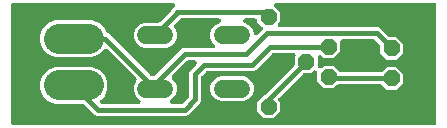
<source format=gbr>
G04 EAGLE Gerber X2 export*
%TF.Part,Single*%
%TF.FileFunction,Copper,L2,Bot,Mixed*%
%TF.FilePolarity,Positive*%
%TF.GenerationSoftware,Autodesk,EAGLE,9.1.0*%
%TF.CreationDate,2018-09-09T02:29:42Z*%
G75*
%MOMM*%
%FSLAX34Y34*%
%LPD*%
%AMOC8*
5,1,8,0,0,1.08239X$1,22.5*%
G01*
%ADD10C,2.550000*%
%ADD11P,1.429621X8X292.500000*%
%ADD12P,1.429621X8X112.500000*%
%ADD13C,1.524000*%
%ADD14C,0.406400*%

G36*
X368626Y10163D02*
X368626Y10163D01*
X368644Y10161D01*
X368826Y10182D01*
X369009Y10201D01*
X369026Y10206D01*
X369043Y10208D01*
X369218Y10265D01*
X369394Y10319D01*
X369409Y10327D01*
X369426Y10333D01*
X369586Y10423D01*
X369748Y10511D01*
X369761Y10522D01*
X369777Y10531D01*
X369916Y10651D01*
X370057Y10768D01*
X370068Y10782D01*
X370082Y10794D01*
X370194Y10939D01*
X370309Y11082D01*
X370317Y11098D01*
X370328Y11112D01*
X370410Y11277D01*
X370495Y11439D01*
X370500Y11456D01*
X370508Y11472D01*
X370555Y11651D01*
X370606Y11826D01*
X370608Y11844D01*
X370612Y11861D01*
X370639Y12192D01*
X370639Y111508D01*
X370637Y111526D01*
X370639Y111544D01*
X370618Y111726D01*
X370599Y111909D01*
X370594Y111926D01*
X370592Y111943D01*
X370535Y112118D01*
X370481Y112294D01*
X370473Y112309D01*
X370467Y112326D01*
X370377Y112486D01*
X370289Y112648D01*
X370278Y112661D01*
X370269Y112677D01*
X370149Y112816D01*
X370032Y112957D01*
X370018Y112968D01*
X370006Y112982D01*
X369861Y113094D01*
X369718Y113209D01*
X369702Y113217D01*
X369688Y113228D01*
X369523Y113310D01*
X369361Y113395D01*
X369344Y113400D01*
X369328Y113408D01*
X369149Y113455D01*
X368974Y113506D01*
X368956Y113508D01*
X368939Y113512D01*
X368608Y113539D01*
X235216Y113539D01*
X235207Y113538D01*
X235198Y113539D01*
X235006Y113518D01*
X234815Y113499D01*
X234806Y113497D01*
X234798Y113496D01*
X234615Y113438D01*
X234430Y113381D01*
X234422Y113377D01*
X234414Y113374D01*
X234245Y113281D01*
X234076Y113189D01*
X234069Y113184D01*
X234061Y113179D01*
X233914Y113055D01*
X233767Y112932D01*
X233761Y112925D01*
X233754Y112919D01*
X233635Y112768D01*
X233514Y112618D01*
X233510Y112610D01*
X233505Y112603D01*
X233417Y112430D01*
X233329Y112261D01*
X233327Y112252D01*
X233322Y112244D01*
X233271Y112058D01*
X233218Y111874D01*
X233217Y111865D01*
X233214Y111856D01*
X233200Y111663D01*
X233185Y111472D01*
X233186Y111464D01*
X233185Y111455D01*
X233209Y111262D01*
X233232Y111073D01*
X233234Y111064D01*
X233235Y111055D01*
X233297Y110872D01*
X233356Y110690D01*
X233361Y110682D01*
X233364Y110674D01*
X233460Y110507D01*
X233554Y110339D01*
X233560Y110332D01*
X233565Y110325D01*
X233779Y110072D01*
X238253Y105598D01*
X238253Y97602D01*
X236829Y96178D01*
X236824Y96171D01*
X236817Y96166D01*
X236696Y96016D01*
X236574Y95867D01*
X236570Y95859D01*
X236564Y95852D01*
X236476Y95682D01*
X236386Y95511D01*
X236383Y95502D01*
X236379Y95495D01*
X236326Y95310D01*
X236271Y95125D01*
X236270Y95116D01*
X236268Y95108D01*
X236252Y94915D01*
X236234Y94724D01*
X236235Y94715D01*
X236235Y94706D01*
X236257Y94517D01*
X236278Y94324D01*
X236281Y94315D01*
X236282Y94307D01*
X236341Y94125D01*
X236399Y93940D01*
X236404Y93932D01*
X236406Y93924D01*
X236501Y93757D01*
X236594Y93588D01*
X236600Y93581D01*
X236604Y93573D01*
X236729Y93428D01*
X236855Y93281D01*
X236862Y93275D01*
X236867Y93268D01*
X237018Y93152D01*
X237171Y93031D01*
X237179Y93027D01*
X237186Y93022D01*
X237357Y92936D01*
X237530Y92849D01*
X237538Y92846D01*
X237546Y92842D01*
X237732Y92792D01*
X237917Y92741D01*
X237926Y92740D01*
X237935Y92738D01*
X238266Y92711D01*
X321051Y92711D01*
X322918Y91937D01*
X329678Y85178D01*
X329698Y85161D01*
X329716Y85140D01*
X329854Y85033D01*
X329989Y84923D01*
X330013Y84910D01*
X330034Y84894D01*
X330191Y84816D01*
X330345Y84734D01*
X330370Y84726D01*
X330394Y84714D01*
X330564Y84669D01*
X330731Y84619D01*
X330757Y84617D01*
X330783Y84610D01*
X331114Y84583D01*
X336738Y84583D01*
X342393Y78928D01*
X342393Y70932D01*
X336738Y65277D01*
X328742Y65277D01*
X323087Y70932D01*
X323087Y76556D01*
X323085Y76583D01*
X323087Y76609D01*
X323065Y76783D01*
X323047Y76957D01*
X323040Y76982D01*
X323036Y77009D01*
X322981Y77175D01*
X322929Y77342D01*
X322916Y77365D01*
X322908Y77391D01*
X322821Y77542D01*
X322737Y77696D01*
X322720Y77716D01*
X322707Y77739D01*
X322492Y77992D01*
X318530Y81954D01*
X318510Y81971D01*
X318492Y81992D01*
X318354Y82099D01*
X318219Y82209D01*
X318195Y82222D01*
X318174Y82238D01*
X318017Y82316D01*
X317863Y82398D01*
X317838Y82406D01*
X317814Y82418D01*
X317644Y82463D01*
X317477Y82513D01*
X317451Y82515D01*
X317425Y82522D01*
X317094Y82549D01*
X291084Y82549D01*
X291066Y82547D01*
X291048Y82549D01*
X290866Y82528D01*
X290683Y82509D01*
X290666Y82504D01*
X290649Y82502D01*
X290474Y82445D01*
X290298Y82391D01*
X290283Y82383D01*
X290266Y82377D01*
X290106Y82287D01*
X289944Y82199D01*
X289931Y82188D01*
X289915Y82179D01*
X289776Y82059D01*
X289635Y81942D01*
X289624Y81928D01*
X289610Y81916D01*
X289498Y81771D01*
X289383Y81628D01*
X289375Y81612D01*
X289364Y81598D01*
X289282Y81433D01*
X289197Y81271D01*
X289192Y81254D01*
X289184Y81238D01*
X289137Y81059D01*
X289086Y80884D01*
X289084Y80866D01*
X289080Y80849D01*
X289053Y80518D01*
X289053Y72202D01*
X283398Y66547D01*
X275402Y66547D01*
X273470Y68479D01*
X273463Y68484D01*
X273458Y68491D01*
X273447Y68500D01*
X273439Y68509D01*
X273340Y68586D01*
X273309Y68611D01*
X273159Y68734D01*
X273151Y68738D01*
X273144Y68744D01*
X273122Y68755D01*
X273121Y68756D01*
X273102Y68765D01*
X272974Y68832D01*
X272803Y68922D01*
X272794Y68925D01*
X272787Y68929D01*
X272602Y68982D01*
X272417Y69037D01*
X272408Y69038D01*
X272400Y69040D01*
X272209Y69056D01*
X272016Y69074D01*
X272007Y69073D01*
X271998Y69073D01*
X271809Y69051D01*
X271616Y69030D01*
X271607Y69027D01*
X271599Y69026D01*
X271417Y68967D01*
X271232Y68909D01*
X271224Y68904D01*
X271216Y68902D01*
X271047Y68807D01*
X270880Y68714D01*
X270873Y68708D01*
X270865Y68704D01*
X270719Y68578D01*
X270573Y68453D01*
X270567Y68446D01*
X270560Y68441D01*
X270443Y68289D01*
X270323Y68137D01*
X270319Y68129D01*
X270314Y68122D01*
X270228Y67950D01*
X270141Y67778D01*
X270138Y67770D01*
X270134Y67762D01*
X270084Y67576D01*
X270033Y67391D01*
X270032Y67382D01*
X270030Y67373D01*
X270003Y67042D01*
X270003Y59958D01*
X270004Y59949D01*
X270003Y59940D01*
X270024Y59748D01*
X270043Y59557D01*
X270045Y59548D01*
X270046Y59540D01*
X270104Y59357D01*
X270161Y59172D01*
X270165Y59164D01*
X270168Y59156D01*
X270261Y58987D01*
X270353Y58818D01*
X270358Y58811D01*
X270363Y58803D01*
X270487Y58656D01*
X270610Y58509D01*
X270617Y58503D01*
X270623Y58496D01*
X270774Y58377D01*
X270924Y58256D01*
X270932Y58252D01*
X270939Y58247D01*
X271112Y58159D01*
X271281Y58071D01*
X271290Y58069D01*
X271298Y58064D01*
X271484Y58013D01*
X271668Y57960D01*
X271677Y57959D01*
X271686Y57956D01*
X271879Y57942D01*
X272070Y57927D01*
X272078Y57928D01*
X272087Y57927D01*
X272280Y57951D01*
X272469Y57974D01*
X272478Y57976D01*
X272487Y57977D01*
X272670Y58039D01*
X272852Y58098D01*
X272860Y58103D01*
X272868Y58106D01*
X273034Y58201D01*
X273203Y58296D01*
X273210Y58302D01*
X273217Y58307D01*
X273470Y58521D01*
X275402Y60453D01*
X283398Y60453D01*
X288645Y55206D01*
X288666Y55189D01*
X288684Y55168D01*
X288822Y55061D01*
X288957Y54951D01*
X288980Y54938D01*
X289002Y54922D01*
X289158Y54844D01*
X289313Y54762D01*
X289338Y54754D01*
X289362Y54742D01*
X289531Y54697D01*
X289698Y54647D01*
X289725Y54645D01*
X289751Y54638D01*
X290082Y54611D01*
X323328Y54611D01*
X323355Y54613D01*
X323382Y54611D01*
X323556Y54633D01*
X323729Y54651D01*
X323754Y54658D01*
X323781Y54662D01*
X323947Y54718D01*
X324114Y54769D01*
X324137Y54782D01*
X324163Y54790D01*
X324314Y54877D01*
X324468Y54961D01*
X324488Y54978D01*
X324512Y54991D01*
X324765Y55206D01*
X328742Y59183D01*
X336738Y59183D01*
X342393Y53528D01*
X342393Y45532D01*
X336738Y39877D01*
X328742Y39877D01*
X324765Y43854D01*
X324744Y43871D01*
X324726Y43892D01*
X324589Y43999D01*
X324453Y44109D01*
X324430Y44122D01*
X324408Y44138D01*
X324252Y44216D01*
X324097Y44298D01*
X324072Y44306D01*
X324048Y44318D01*
X323879Y44363D01*
X323712Y44413D01*
X323685Y44415D01*
X323659Y44422D01*
X323328Y44449D01*
X287542Y44449D01*
X287515Y44447D01*
X287488Y44449D01*
X287314Y44427D01*
X287141Y44409D01*
X287116Y44402D01*
X287089Y44398D01*
X286923Y44342D01*
X286756Y44291D01*
X286733Y44278D01*
X286707Y44270D01*
X286556Y44183D01*
X286402Y44099D01*
X286382Y44082D01*
X286358Y44069D01*
X286105Y43854D01*
X283398Y41147D01*
X275402Y41147D01*
X269747Y46802D01*
X269747Y54342D01*
X269746Y54351D01*
X269747Y54360D01*
X269726Y54552D01*
X269707Y54743D01*
X269705Y54752D01*
X269704Y54760D01*
X269646Y54943D01*
X269589Y55128D01*
X269585Y55136D01*
X269582Y55144D01*
X269489Y55313D01*
X269397Y55482D01*
X269392Y55489D01*
X269387Y55497D01*
X269263Y55644D01*
X269140Y55791D01*
X269133Y55797D01*
X269127Y55804D01*
X268976Y55923D01*
X268826Y56044D01*
X268818Y56048D01*
X268811Y56053D01*
X268638Y56141D01*
X268469Y56229D01*
X268460Y56231D01*
X268452Y56236D01*
X268266Y56287D01*
X268082Y56340D01*
X268073Y56341D01*
X268064Y56344D01*
X267871Y56358D01*
X267680Y56373D01*
X267672Y56372D01*
X267663Y56373D01*
X267470Y56349D01*
X267281Y56326D01*
X267272Y56324D01*
X267263Y56323D01*
X267080Y56261D01*
X266898Y56202D01*
X266890Y56197D01*
X266882Y56194D01*
X266716Y56099D01*
X266547Y56004D01*
X266540Y55998D01*
X266533Y55993D01*
X266280Y55779D01*
X264348Y53847D01*
X258724Y53847D01*
X258697Y53845D01*
X258671Y53847D01*
X258497Y53825D01*
X258323Y53807D01*
X258298Y53800D01*
X258271Y53796D01*
X258105Y53741D01*
X257938Y53689D01*
X257915Y53676D01*
X257889Y53668D01*
X257738Y53581D01*
X257584Y53497D01*
X257564Y53480D01*
X257541Y53467D01*
X257288Y53252D01*
X237279Y33244D01*
X237268Y33230D01*
X237254Y33219D01*
X237140Y33075D01*
X237024Y32933D01*
X237016Y32917D01*
X237005Y32903D01*
X236922Y32739D01*
X236836Y32577D01*
X236831Y32560D01*
X236823Y32544D01*
X236773Y32366D01*
X236721Y32191D01*
X236719Y32173D01*
X236715Y32156D01*
X236701Y31973D01*
X236685Y31790D01*
X236686Y31772D01*
X236685Y31755D01*
X236708Y31572D01*
X236728Y31390D01*
X236733Y31373D01*
X236736Y31355D01*
X236794Y31181D01*
X236849Y31006D01*
X236858Y30990D01*
X236864Y30973D01*
X236955Y30815D01*
X237044Y30654D01*
X237056Y30640D01*
X237065Y30625D01*
X237279Y30372D01*
X238253Y29398D01*
X238253Y21402D01*
X232598Y15747D01*
X224602Y15747D01*
X218947Y21402D01*
X218947Y29398D01*
X224876Y35327D01*
X225016Y35403D01*
X225036Y35420D01*
X225059Y35433D01*
X225312Y35648D01*
X250102Y60438D01*
X250119Y60458D01*
X250140Y60476D01*
X250247Y60614D01*
X250357Y60749D01*
X250370Y60773D01*
X250386Y60794D01*
X250464Y60951D01*
X250546Y61105D01*
X250554Y61130D01*
X250566Y61154D01*
X250611Y61324D01*
X250661Y61491D01*
X250663Y61517D01*
X250670Y61543D01*
X250697Y61874D01*
X250697Y67498D01*
X250851Y67652D01*
X250856Y67659D01*
X250863Y67664D01*
X250983Y67813D01*
X251106Y67963D01*
X251110Y67971D01*
X251116Y67978D01*
X251203Y68146D01*
X251294Y68319D01*
X251297Y68328D01*
X251301Y68335D01*
X251354Y68519D01*
X251409Y68705D01*
X251410Y68714D01*
X251412Y68722D01*
X251428Y68913D01*
X251446Y69106D01*
X251445Y69115D01*
X251445Y69124D01*
X251423Y69313D01*
X251402Y69506D01*
X251399Y69515D01*
X251398Y69523D01*
X251339Y69706D01*
X251281Y69890D01*
X251276Y69898D01*
X251274Y69906D01*
X251179Y70075D01*
X251086Y70242D01*
X251080Y70249D01*
X251076Y70257D01*
X250950Y70402D01*
X250825Y70549D01*
X250818Y70555D01*
X250813Y70562D01*
X250661Y70679D01*
X250509Y70799D01*
X250501Y70803D01*
X250494Y70808D01*
X250321Y70895D01*
X250151Y70981D01*
X250142Y70984D01*
X250134Y70988D01*
X249946Y71038D01*
X249763Y71089D01*
X249754Y71090D01*
X249745Y71092D01*
X249414Y71119D01*
X232816Y71119D01*
X232789Y71117D01*
X232763Y71119D01*
X232589Y71097D01*
X232415Y71079D01*
X232390Y71072D01*
X232363Y71068D01*
X232197Y71013D01*
X232030Y70961D01*
X232007Y70948D01*
X231981Y70940D01*
X231830Y70853D01*
X231676Y70769D01*
X231656Y70752D01*
X231633Y70739D01*
X231380Y70524D01*
X219223Y58368D01*
X217508Y56653D01*
X215641Y55879D01*
X176936Y55879D01*
X176909Y55877D01*
X176883Y55879D01*
X176709Y55857D01*
X176535Y55839D01*
X176510Y55832D01*
X176483Y55828D01*
X176317Y55773D01*
X176150Y55721D01*
X176127Y55708D01*
X176101Y55700D01*
X175950Y55613D01*
X175796Y55529D01*
X175776Y55512D01*
X175753Y55499D01*
X175500Y55284D01*
X172046Y51830D01*
X172029Y51810D01*
X172008Y51792D01*
X171901Y51654D01*
X171791Y51519D01*
X171778Y51495D01*
X171762Y51474D01*
X171684Y51317D01*
X171602Y51163D01*
X171594Y51138D01*
X171582Y51114D01*
X171537Y50944D01*
X171487Y50777D01*
X171485Y50751D01*
X171478Y50725D01*
X171451Y50394D01*
X171451Y30739D01*
X170677Y28872D01*
X160358Y18553D01*
X158491Y17779D01*
X83329Y17779D01*
X81462Y18553D01*
X72708Y27306D01*
X72688Y27323D01*
X72670Y27344D01*
X72532Y27451D01*
X72397Y27561D01*
X72373Y27574D01*
X72352Y27590D01*
X72195Y27668D01*
X72041Y27750D01*
X72016Y27758D01*
X71992Y27770D01*
X71822Y27815D01*
X71655Y27865D01*
X71629Y27867D01*
X71603Y27874D01*
X71272Y27901D01*
X47607Y27901D01*
X41801Y30306D01*
X37356Y34751D01*
X34951Y40557D01*
X34951Y46843D01*
X37356Y52649D01*
X41801Y57094D01*
X47607Y59499D01*
X79393Y59499D01*
X85199Y57094D01*
X89644Y52649D01*
X92049Y46843D01*
X92049Y40557D01*
X89644Y34751D01*
X86301Y31408D01*
X86295Y31401D01*
X86289Y31396D01*
X86168Y31246D01*
X86046Y31097D01*
X86042Y31089D01*
X86036Y31082D01*
X85948Y30912D01*
X85857Y30741D01*
X85855Y30732D01*
X85851Y30725D01*
X85798Y30540D01*
X85743Y30355D01*
X85742Y30346D01*
X85739Y30338D01*
X85724Y30147D01*
X85706Y29954D01*
X85707Y29945D01*
X85706Y29936D01*
X85729Y29747D01*
X85750Y29554D01*
X85752Y29545D01*
X85753Y29537D01*
X85813Y29355D01*
X85871Y29170D01*
X85875Y29162D01*
X85878Y29154D01*
X85973Y28985D01*
X86066Y28818D01*
X86072Y28811D01*
X86076Y28803D01*
X86202Y28657D01*
X86326Y28511D01*
X86333Y28505D01*
X86339Y28498D01*
X86491Y28381D01*
X86642Y28261D01*
X86650Y28257D01*
X86657Y28252D01*
X86829Y28166D01*
X87001Y28079D01*
X87010Y28076D01*
X87018Y28072D01*
X87204Y28022D01*
X87389Y27971D01*
X87398Y27970D01*
X87407Y27968D01*
X87737Y27941D01*
X118149Y27941D01*
X118154Y27941D01*
X118158Y27941D01*
X118354Y27961D01*
X118550Y27981D01*
X118554Y27982D01*
X118559Y27982D01*
X118748Y28041D01*
X118935Y28099D01*
X118939Y28101D01*
X118943Y28102D01*
X119116Y28197D01*
X119289Y28291D01*
X119293Y28293D01*
X119296Y28296D01*
X119448Y28423D01*
X119598Y28548D01*
X119601Y28552D01*
X119605Y28555D01*
X119728Y28709D01*
X119851Y28862D01*
X119853Y28866D01*
X119856Y28870D01*
X119946Y29047D01*
X120036Y29219D01*
X120037Y29224D01*
X120039Y29228D01*
X120094Y29419D01*
X120148Y29606D01*
X120148Y29611D01*
X120149Y29615D01*
X120164Y29807D01*
X120180Y30008D01*
X120180Y30012D01*
X120180Y30017D01*
X120156Y30212D01*
X120134Y30407D01*
X120132Y30412D01*
X120132Y30416D01*
X120070Y30603D01*
X120009Y30790D01*
X120006Y30794D01*
X120005Y30798D01*
X119908Y30968D01*
X119811Y31141D01*
X119808Y31144D01*
X119806Y31148D01*
X119677Y31296D01*
X119548Y31445D01*
X119544Y31448D01*
X119541Y31452D01*
X119386Y31571D01*
X119230Y31692D01*
X119225Y31694D01*
X119222Y31697D01*
X118927Y31849D01*
X118925Y31850D01*
X115923Y34851D01*
X114299Y38772D01*
X114299Y43016D01*
X115923Y46937D01*
X116205Y47219D01*
X116216Y47233D01*
X116230Y47244D01*
X116344Y47389D01*
X116460Y47530D01*
X116469Y47546D01*
X116480Y47560D01*
X116563Y47724D01*
X116649Y47886D01*
X116654Y47903D01*
X116662Y47919D01*
X116711Y48096D01*
X116764Y48272D01*
X116765Y48290D01*
X116770Y48307D01*
X116783Y48490D01*
X116800Y48673D01*
X116798Y48691D01*
X116799Y48709D01*
X116776Y48891D01*
X116757Y49073D01*
X116751Y49090D01*
X116749Y49108D01*
X116691Y49282D01*
X116635Y49457D01*
X116626Y49473D01*
X116621Y49490D01*
X116529Y49649D01*
X116440Y49809D01*
X116429Y49823D01*
X116420Y49839D01*
X116205Y50092D01*
X92231Y74066D01*
X92217Y74077D01*
X92206Y74091D01*
X92062Y74204D01*
X91920Y74321D01*
X91904Y74329D01*
X91890Y74340D01*
X91725Y74424D01*
X91564Y74509D01*
X91547Y74514D01*
X91531Y74523D01*
X91353Y74572D01*
X91178Y74624D01*
X91160Y74626D01*
X91143Y74631D01*
X90960Y74644D01*
X90777Y74661D01*
X90759Y74659D01*
X90741Y74660D01*
X90559Y74637D01*
X90377Y74617D01*
X90360Y74612D01*
X90342Y74610D01*
X90168Y74551D01*
X89993Y74496D01*
X89977Y74487D01*
X89960Y74481D01*
X89801Y74389D01*
X89641Y74301D01*
X89627Y74289D01*
X89611Y74280D01*
X89358Y74066D01*
X85199Y69906D01*
X79393Y67501D01*
X47607Y67501D01*
X41801Y69906D01*
X37356Y74351D01*
X34951Y80157D01*
X34951Y86443D01*
X37356Y92249D01*
X41801Y96694D01*
X47607Y99099D01*
X79393Y99099D01*
X85199Y96694D01*
X89644Y92249D01*
X90935Y89131D01*
X90948Y89108D01*
X90956Y89082D01*
X91042Y88931D01*
X91125Y88777D01*
X91142Y88756D01*
X91155Y88733D01*
X91270Y88601D01*
X91382Y88466D01*
X91402Y88449D01*
X91420Y88429D01*
X91559Y88322D01*
X91694Y88212D01*
X91718Y88200D01*
X91739Y88184D01*
X92034Y88032D01*
X93060Y87607D01*
X128510Y52158D01*
X128530Y52141D01*
X128548Y52120D01*
X128686Y52013D01*
X128821Y51903D01*
X128845Y51890D01*
X128866Y51874D01*
X129023Y51796D01*
X129177Y51714D01*
X129202Y51706D01*
X129226Y51694D01*
X129396Y51649D01*
X129563Y51599D01*
X129589Y51597D01*
X129615Y51590D01*
X129946Y51563D01*
X131166Y51563D01*
X131193Y51565D01*
X131219Y51563D01*
X131393Y51585D01*
X131567Y51603D01*
X131592Y51610D01*
X131619Y51614D01*
X131785Y51669D01*
X131952Y51721D01*
X131975Y51734D01*
X132001Y51742D01*
X132152Y51829D01*
X132306Y51913D01*
X132326Y51930D01*
X132349Y51943D01*
X132602Y52158D01*
X154602Y74157D01*
X156469Y74931D01*
X181176Y74931D01*
X181184Y74932D01*
X181193Y74931D01*
X181385Y74952D01*
X181576Y74971D01*
X181585Y74973D01*
X181594Y74974D01*
X181776Y75032D01*
X181961Y75089D01*
X181969Y75093D01*
X181977Y75096D01*
X182146Y75189D01*
X182315Y75281D01*
X182322Y75286D01*
X182330Y75291D01*
X182478Y75416D01*
X182624Y75538D01*
X182630Y75545D01*
X182637Y75551D01*
X182757Y75703D01*
X182877Y75852D01*
X182881Y75860D01*
X182886Y75867D01*
X182974Y76039D01*
X183062Y76209D01*
X183065Y76218D01*
X183069Y76226D01*
X183121Y76412D01*
X183174Y76596D01*
X183174Y76605D01*
X183177Y76614D01*
X183191Y76806D01*
X183206Y76998D01*
X183205Y77006D01*
X183206Y77015D01*
X183182Y77208D01*
X183160Y77397D01*
X183157Y77406D01*
X183156Y77415D01*
X183094Y77598D01*
X183035Y77780D01*
X183030Y77788D01*
X183027Y77796D01*
X182932Y77962D01*
X182837Y78131D01*
X182831Y78138D01*
X182827Y78145D01*
X182612Y78398D01*
X180947Y80063D01*
X179323Y83984D01*
X179323Y88228D01*
X180947Y92149D01*
X183949Y95151D01*
X187017Y96421D01*
X187021Y96423D01*
X187025Y96425D01*
X187198Y96518D01*
X187372Y96612D01*
X187375Y96614D01*
X187379Y96617D01*
X187528Y96741D01*
X187682Y96868D01*
X187685Y96871D01*
X187688Y96874D01*
X187811Y97027D01*
X187936Y97181D01*
X187938Y97185D01*
X187941Y97188D01*
X188031Y97363D01*
X188123Y97537D01*
X188124Y97541D01*
X188126Y97545D01*
X188181Y97735D01*
X188236Y97924D01*
X188236Y97928D01*
X188238Y97932D01*
X188254Y98130D01*
X188271Y98325D01*
X188270Y98329D01*
X188270Y98334D01*
X188247Y98531D01*
X188225Y98725D01*
X188224Y98729D01*
X188224Y98733D01*
X188162Y98922D01*
X188102Y99108D01*
X188100Y99112D01*
X188099Y99116D01*
X188001Y99289D01*
X187906Y99460D01*
X187903Y99463D01*
X187901Y99467D01*
X187772Y99616D01*
X187644Y99765D01*
X187641Y99768D01*
X187638Y99772D01*
X187485Y99890D01*
X187327Y100014D01*
X187323Y100016D01*
X187320Y100018D01*
X187145Y100105D01*
X186967Y100194D01*
X186963Y100196D01*
X186959Y100198D01*
X186766Y100249D01*
X186579Y100301D01*
X186575Y100301D01*
X186570Y100302D01*
X186240Y100329D01*
X154838Y100329D01*
X154811Y100327D01*
X154785Y100329D01*
X154611Y100307D01*
X154437Y100289D01*
X154412Y100282D01*
X154385Y100278D01*
X154219Y100223D01*
X154052Y100171D01*
X154029Y100158D01*
X154003Y100150D01*
X153852Y100063D01*
X153698Y99979D01*
X153678Y99962D01*
X153655Y99949D01*
X153402Y99734D01*
X148971Y95304D01*
X148960Y95290D01*
X148946Y95278D01*
X148832Y95134D01*
X148716Y94992D01*
X148707Y94976D01*
X148696Y94962D01*
X148613Y94798D01*
X148527Y94636D01*
X148522Y94619D01*
X148514Y94603D01*
X148464Y94425D01*
X148412Y94251D01*
X148411Y94233D01*
X148406Y94216D01*
X148393Y94032D01*
X148376Y93850D01*
X148378Y93832D01*
X148377Y93814D01*
X148400Y93632D01*
X148419Y93449D01*
X148425Y93432D01*
X148427Y93415D01*
X148485Y93241D01*
X148541Y93065D01*
X148550Y93050D01*
X148555Y93033D01*
X148647Y92873D01*
X148736Y92713D01*
X148747Y92700D01*
X148756Y92684D01*
X148971Y92431D01*
X149253Y92149D01*
X150877Y88228D01*
X150877Y83984D01*
X149253Y80063D01*
X146251Y77061D01*
X142330Y75437D01*
X122846Y75437D01*
X118925Y77061D01*
X115923Y80063D01*
X114299Y83984D01*
X114299Y88228D01*
X115923Y92149D01*
X118925Y95151D01*
X122846Y96775D01*
X135230Y96775D01*
X135257Y96777D01*
X135283Y96775D01*
X135457Y96797D01*
X135631Y96815D01*
X135656Y96822D01*
X135683Y96826D01*
X135849Y96881D01*
X136016Y96933D01*
X136039Y96946D01*
X136065Y96954D01*
X136216Y97041D01*
X136370Y97125D01*
X136390Y97142D01*
X136413Y97155D01*
X136666Y97370D01*
X145998Y106701D01*
X146018Y106726D01*
X146042Y106746D01*
X146146Y106881D01*
X146253Y107013D01*
X146268Y107041D01*
X146287Y107065D01*
X146439Y107361D01*
X146823Y108288D01*
X148306Y109771D01*
X148399Y109821D01*
X148403Y109824D01*
X148407Y109827D01*
X148557Y109952D01*
X148710Y110078D01*
X148713Y110081D01*
X148716Y110084D01*
X148839Y110237D01*
X148964Y110390D01*
X148966Y110394D01*
X148969Y110398D01*
X149059Y110571D01*
X149151Y110747D01*
X149152Y110751D01*
X149154Y110755D01*
X149208Y110943D01*
X149264Y111133D01*
X149264Y111138D01*
X149266Y111142D01*
X149281Y111337D01*
X149299Y111534D01*
X149298Y111539D01*
X149298Y111544D01*
X149276Y111736D01*
X149253Y111934D01*
X149252Y111939D01*
X149251Y111943D01*
X149190Y112131D01*
X149130Y112318D01*
X149128Y112322D01*
X149127Y112326D01*
X149029Y112499D01*
X148934Y112669D01*
X148931Y112673D01*
X148929Y112677D01*
X148800Y112826D01*
X148672Y112975D01*
X148669Y112978D01*
X148666Y112982D01*
X148510Y113103D01*
X148355Y113223D01*
X148351Y113225D01*
X148347Y113228D01*
X148171Y113316D01*
X147996Y113404D01*
X147991Y113405D01*
X147987Y113408D01*
X147795Y113459D01*
X147607Y113511D01*
X147603Y113511D01*
X147598Y113512D01*
X147267Y113539D01*
X12192Y113539D01*
X12174Y113537D01*
X12156Y113539D01*
X11974Y113518D01*
X11791Y113499D01*
X11774Y113494D01*
X11757Y113492D01*
X11582Y113435D01*
X11406Y113381D01*
X11391Y113373D01*
X11374Y113367D01*
X11214Y113277D01*
X11052Y113189D01*
X11039Y113178D01*
X11023Y113169D01*
X10884Y113049D01*
X10743Y112932D01*
X10732Y112918D01*
X10718Y112906D01*
X10606Y112761D01*
X10491Y112618D01*
X10483Y112602D01*
X10472Y112588D01*
X10390Y112423D01*
X10305Y112261D01*
X10300Y112244D01*
X10292Y112228D01*
X10245Y112049D01*
X10194Y111874D01*
X10192Y111856D01*
X10188Y111839D01*
X10161Y111508D01*
X10161Y12192D01*
X10163Y12174D01*
X10161Y12156D01*
X10182Y11974D01*
X10201Y11791D01*
X10206Y11774D01*
X10208Y11757D01*
X10265Y11582D01*
X10319Y11406D01*
X10327Y11391D01*
X10333Y11374D01*
X10423Y11214D01*
X10511Y11052D01*
X10522Y11039D01*
X10531Y11023D01*
X10651Y10884D01*
X10768Y10743D01*
X10782Y10732D01*
X10794Y10718D01*
X10939Y10606D01*
X11082Y10491D01*
X11098Y10483D01*
X11112Y10472D01*
X11277Y10390D01*
X11439Y10305D01*
X11456Y10300D01*
X11472Y10292D01*
X11651Y10245D01*
X11826Y10194D01*
X11844Y10192D01*
X11861Y10188D01*
X12192Y10161D01*
X368608Y10161D01*
X368626Y10163D01*
G37*
%LPC*%
G36*
X187870Y30225D02*
X187870Y30225D01*
X183949Y31849D01*
X180947Y34851D01*
X179323Y38772D01*
X179323Y43016D01*
X180947Y46937D01*
X183949Y49939D01*
X187870Y51563D01*
X207354Y51563D01*
X211275Y49939D01*
X214277Y46937D01*
X215901Y43016D01*
X215901Y38772D01*
X214277Y34851D01*
X211275Y31849D01*
X207354Y30225D01*
X187870Y30225D01*
G37*
%LPD*%
G36*
X154561Y27943D02*
X154561Y27943D01*
X154587Y27941D01*
X154761Y27963D01*
X154935Y27981D01*
X154960Y27988D01*
X154987Y27992D01*
X155153Y28047D01*
X155320Y28099D01*
X155343Y28112D01*
X155369Y28120D01*
X155520Y28207D01*
X155674Y28291D01*
X155694Y28308D01*
X155717Y28321D01*
X155970Y28536D01*
X160694Y33260D01*
X160711Y33280D01*
X160732Y33298D01*
X160839Y33436D01*
X160949Y33571D01*
X160962Y33595D01*
X160978Y33616D01*
X161056Y33773D01*
X161138Y33927D01*
X161146Y33952D01*
X161158Y33976D01*
X161203Y34146D01*
X161253Y34313D01*
X161255Y34339D01*
X161262Y34365D01*
X161289Y34696D01*
X161289Y54351D01*
X162063Y56218D01*
X167146Y61302D01*
X167152Y61309D01*
X167159Y61314D01*
X167279Y61464D01*
X167402Y61613D01*
X167406Y61621D01*
X167411Y61628D01*
X167500Y61798D01*
X167590Y61969D01*
X167593Y61978D01*
X167597Y61985D01*
X167650Y62170D01*
X167705Y62355D01*
X167706Y62364D01*
X167708Y62372D01*
X167724Y62564D01*
X167741Y62756D01*
X167740Y62765D01*
X167741Y62774D01*
X167719Y62963D01*
X167698Y63156D01*
X167695Y63165D01*
X167694Y63173D01*
X167635Y63355D01*
X167576Y63540D01*
X167572Y63548D01*
X167569Y63556D01*
X167474Y63725D01*
X167382Y63892D01*
X167376Y63899D01*
X167371Y63907D01*
X167245Y64053D01*
X167121Y64199D01*
X167114Y64205D01*
X167108Y64212D01*
X166957Y64329D01*
X166805Y64449D01*
X166797Y64453D01*
X166790Y64458D01*
X166618Y64544D01*
X166446Y64631D01*
X166438Y64634D01*
X166430Y64638D01*
X166243Y64688D01*
X166058Y64739D01*
X166050Y64740D01*
X166041Y64742D01*
X165710Y64769D01*
X160426Y64769D01*
X160399Y64767D01*
X160373Y64769D01*
X160199Y64747D01*
X160025Y64729D01*
X160000Y64722D01*
X159973Y64718D01*
X159807Y64663D01*
X159640Y64611D01*
X159617Y64598D01*
X159591Y64590D01*
X159440Y64503D01*
X159286Y64419D01*
X159266Y64402D01*
X159243Y64389D01*
X158990Y64174D01*
X146939Y52124D01*
X146927Y52110D01*
X146914Y52098D01*
X146800Y51955D01*
X146684Y51812D01*
X146675Y51796D01*
X146664Y51782D01*
X146581Y51618D01*
X146495Y51456D01*
X146490Y51439D01*
X146482Y51423D01*
X146433Y51246D01*
X146380Y51070D01*
X146379Y51053D01*
X146374Y51036D01*
X146361Y50852D01*
X146344Y50670D01*
X146346Y50652D01*
X146345Y50634D01*
X146368Y50452D01*
X146387Y50269D01*
X146393Y50252D01*
X146395Y50235D01*
X146453Y50061D01*
X146509Y49885D01*
X146518Y49870D01*
X146523Y49853D01*
X146615Y49694D01*
X146704Y49533D01*
X146715Y49519D01*
X146724Y49504D01*
X146939Y49251D01*
X149253Y46937D01*
X150877Y43016D01*
X150877Y38772D01*
X149253Y34851D01*
X146251Y31850D01*
X146249Y31849D01*
X146245Y31847D01*
X146241Y31845D01*
X146068Y31751D01*
X145894Y31658D01*
X145891Y31656D01*
X145887Y31653D01*
X145736Y31528D01*
X145584Y31402D01*
X145581Y31399D01*
X145578Y31396D01*
X145455Y31243D01*
X145330Y31089D01*
X145328Y31085D01*
X145325Y31082D01*
X145235Y30908D01*
X145143Y30733D01*
X145142Y30729D01*
X145140Y30725D01*
X145085Y30534D01*
X145030Y30347D01*
X145030Y30342D01*
X145028Y30338D01*
X145012Y30138D01*
X144995Y29945D01*
X144996Y29941D01*
X144996Y29936D01*
X145019Y29740D01*
X145041Y29545D01*
X145042Y29541D01*
X145042Y29537D01*
X145104Y29348D01*
X145164Y29162D01*
X145166Y29158D01*
X145167Y29154D01*
X145265Y28980D01*
X145360Y28811D01*
X145363Y28807D01*
X145365Y28803D01*
X145494Y28654D01*
X145622Y28505D01*
X145625Y28502D01*
X145628Y28498D01*
X145783Y28379D01*
X145939Y28256D01*
X145943Y28254D01*
X145946Y28252D01*
X146123Y28164D01*
X146299Y28076D01*
X146303Y28074D01*
X146307Y28072D01*
X146500Y28020D01*
X146687Y27969D01*
X146691Y27969D01*
X146696Y27968D01*
X147027Y27941D01*
X154534Y27941D01*
X154561Y27943D01*
G37*
G36*
X217976Y86260D02*
X217976Y86260D01*
X217985Y86259D01*
X218178Y86284D01*
X218367Y86306D01*
X218376Y86309D01*
X218385Y86310D01*
X218567Y86371D01*
X218750Y86431D01*
X218758Y86435D01*
X218766Y86438D01*
X218933Y86534D01*
X219101Y86629D01*
X219108Y86634D01*
X219115Y86639D01*
X219368Y86854D01*
X223096Y90581D01*
X223107Y90595D01*
X223120Y90606D01*
X223234Y90750D01*
X223351Y90892D01*
X223359Y90908D01*
X223370Y90922D01*
X223454Y91087D01*
X223539Y91248D01*
X223544Y91265D01*
X223552Y91281D01*
X223602Y91459D01*
X223654Y91634D01*
X223656Y91652D01*
X223660Y91669D01*
X223674Y91852D01*
X223690Y92035D01*
X223689Y92053D01*
X223690Y92070D01*
X223667Y92252D01*
X223647Y92435D01*
X223642Y92452D01*
X223639Y92470D01*
X223581Y92644D01*
X223526Y92819D01*
X223517Y92835D01*
X223511Y92852D01*
X223419Y93011D01*
X223331Y93171D01*
X223319Y93185D01*
X223310Y93200D01*
X223096Y93453D01*
X218947Y97602D01*
X218947Y98298D01*
X218945Y98316D01*
X218947Y98334D01*
X218926Y98516D01*
X218907Y98699D01*
X218902Y98716D01*
X218900Y98733D01*
X218843Y98908D01*
X218789Y99084D01*
X218781Y99099D01*
X218775Y99116D01*
X218685Y99276D01*
X218597Y99438D01*
X218586Y99451D01*
X218577Y99467D01*
X218457Y99606D01*
X218340Y99747D01*
X218326Y99758D01*
X218314Y99772D01*
X218169Y99884D01*
X218026Y99999D01*
X218010Y100007D01*
X217996Y100018D01*
X217831Y100100D01*
X217669Y100185D01*
X217652Y100190D01*
X217636Y100198D01*
X217457Y100245D01*
X217282Y100296D01*
X217264Y100298D01*
X217247Y100302D01*
X216916Y100329D01*
X208984Y100329D01*
X208980Y100329D01*
X208976Y100329D01*
X208782Y100309D01*
X208584Y100289D01*
X208580Y100288D01*
X208575Y100288D01*
X208389Y100230D01*
X208199Y100171D01*
X208195Y100169D01*
X208191Y100168D01*
X208019Y100074D01*
X207845Y99979D01*
X207841Y99977D01*
X207838Y99974D01*
X207686Y99847D01*
X207536Y99722D01*
X207533Y99718D01*
X207529Y99715D01*
X207406Y99561D01*
X207283Y99408D01*
X207281Y99404D01*
X207278Y99401D01*
X207188Y99225D01*
X207098Y99051D01*
X207097Y99046D01*
X207095Y99042D01*
X207041Y98853D01*
X206986Y98664D01*
X206986Y98659D01*
X206985Y98655D01*
X206970Y98460D01*
X206954Y98262D01*
X206954Y98258D01*
X206954Y98254D01*
X206977Y98060D01*
X207000Y97863D01*
X207002Y97858D01*
X207002Y97854D01*
X207063Y97670D01*
X207125Y97480D01*
X207128Y97476D01*
X207129Y97472D01*
X207226Y97302D01*
X207323Y97129D01*
X207326Y97126D01*
X207328Y97122D01*
X207460Y96971D01*
X207586Y96825D01*
X207590Y96822D01*
X207593Y96818D01*
X207749Y96698D01*
X207904Y96578D01*
X207908Y96576D01*
X207912Y96573D01*
X208207Y96421D01*
X211275Y95151D01*
X214277Y92149D01*
X215907Y88212D01*
X215922Y88079D01*
X215941Y87889D01*
X215943Y87881D01*
X215944Y87872D01*
X216003Y87687D01*
X216059Y87504D01*
X216063Y87496D01*
X216066Y87488D01*
X216159Y87320D01*
X216251Y87150D01*
X216256Y87143D01*
X216261Y87136D01*
X216385Y86989D01*
X216508Y86841D01*
X216515Y86835D01*
X216521Y86829D01*
X216673Y86709D01*
X216822Y86589D01*
X216830Y86585D01*
X216837Y86579D01*
X217010Y86491D01*
X217179Y86403D01*
X217188Y86401D01*
X217196Y86397D01*
X217382Y86345D01*
X217566Y86292D01*
X217575Y86291D01*
X217584Y86289D01*
X217777Y86275D01*
X217968Y86259D01*
X217976Y86260D01*
G37*
D10*
X76250Y43700D02*
X50750Y43700D01*
X50750Y83300D02*
X76250Y83300D01*
D11*
X332740Y74930D03*
X332740Y49530D03*
D12*
X279400Y76200D03*
X260350Y63500D03*
X279400Y50800D03*
D11*
X228600Y101600D03*
X228600Y25400D03*
D13*
X205232Y40894D02*
X189992Y40894D01*
X189992Y86106D02*
X205232Y86106D01*
X140208Y40894D02*
X124968Y40894D01*
X124968Y86106D02*
X140208Y86106D01*
D14*
X229870Y76200D02*
X279400Y76200D01*
X229870Y76200D02*
X214630Y60960D01*
X84340Y22860D02*
X63500Y43700D01*
X84340Y22860D02*
X157480Y22860D01*
X166370Y31750D01*
X166370Y53340D01*
X173990Y60960D01*
X214630Y60960D01*
X228600Y31750D02*
X260350Y63500D01*
X228600Y31750D02*
X228600Y25400D01*
X280670Y49530D02*
X332740Y49530D01*
X280670Y49530D02*
X279400Y50800D01*
X90182Y83300D02*
X63500Y83300D01*
X90182Y83300D02*
X132588Y40894D01*
X320040Y87630D02*
X332740Y74930D01*
X320040Y87630D02*
X227330Y87630D01*
X209550Y69850D01*
X157480Y69850D01*
X132588Y44958D01*
X132588Y40894D01*
X132588Y86106D02*
X151130Y104648D01*
X151130Y105410D01*
X224790Y105410D01*
X228600Y101600D01*
M02*

</source>
